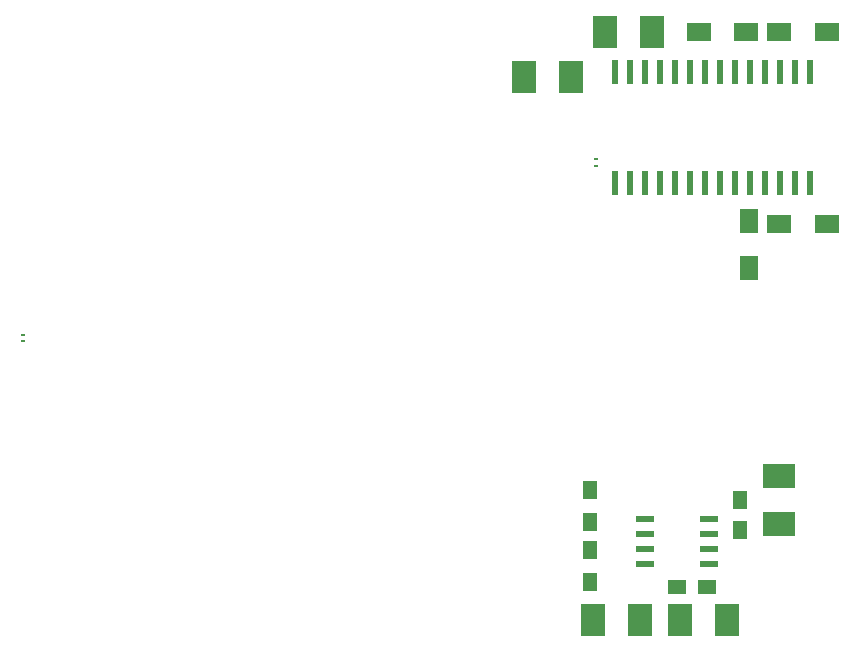
<source format=gbr>
G04 #@! TF.GenerationSoftware,KiCad,Pcbnew,(2017-12-02 revision 3109343)-master*
G04 #@! TF.CreationDate,2018-01-05T03:29:25-05:00*
G04 #@! TF.ProjectId,ddc112brd,6464633131326272642E6B696361645F,rev?*
G04 #@! TF.SameCoordinates,Original*
G04 #@! TF.FileFunction,Paste,Top*
G04 #@! TF.FilePolarity,Positive*
%FSLAX46Y46*%
G04 Gerber Fmt 4.6, Leading zero omitted, Abs format (unit mm)*
G04 Created by KiCad (PCBNEW (2017-12-02 revision 3109343)-master) date Fri Jan  5 03:29:25 2018*
%MOMM*%
%LPD*%
G01*
G04 APERTURE LIST*
%ADD10R,0.600000X2.000000*%
%ADD11R,2.000000X2.794000*%
%ADD12R,1.550000X0.600000*%
%ADD13R,2.000000X1.600000*%
%ADD14R,1.600000X2.000000*%
%ADD15R,2.794000X2.000000*%
%ADD16R,1.500000X1.250000*%
%ADD17R,1.250000X1.500000*%
%ADD18R,1.300000X1.500000*%
%ADD19R,0.430000X0.280000*%
G04 APERTURE END LIST*
D10*
X182245000Y-83440000D03*
X180975000Y-83440000D03*
X179705000Y-83440000D03*
X178435000Y-83440000D03*
X177165000Y-83440000D03*
X175895000Y-83440000D03*
X174625000Y-83440000D03*
X173355000Y-83440000D03*
X172085000Y-83440000D03*
X170815000Y-83440000D03*
X169545000Y-83440000D03*
X168275000Y-83440000D03*
X167005000Y-83440000D03*
X165735000Y-83440000D03*
X165735000Y-74040000D03*
X167005000Y-74040000D03*
X168275000Y-74040000D03*
X169545000Y-74040000D03*
X170815000Y-74040000D03*
X172085000Y-74040000D03*
X173355000Y-74040000D03*
X174625000Y-74040000D03*
X175895000Y-74040000D03*
X177165000Y-74040000D03*
X178435000Y-74040000D03*
X179705000Y-74040000D03*
X180975000Y-74040000D03*
X182245000Y-74040000D03*
D11*
X161988000Y-74422000D03*
X157988000Y-74422000D03*
D12*
X173642000Y-111887000D03*
X173642000Y-113157000D03*
X173642000Y-114427000D03*
X173642000Y-115697000D03*
X168242000Y-115697000D03*
X168242000Y-114427000D03*
X168242000Y-113157000D03*
X168242000Y-111887000D03*
D11*
X167830000Y-120396000D03*
X163830000Y-120396000D03*
X164846000Y-70612000D03*
X168846000Y-70612000D03*
D13*
X172784000Y-70612000D03*
X176784000Y-70612000D03*
X183610000Y-70612000D03*
X179610000Y-70612000D03*
D11*
X171196000Y-120396000D03*
X175196000Y-120396000D03*
D14*
X177038000Y-86614000D03*
X177038000Y-90614000D03*
D13*
X179610000Y-86868000D03*
X183610000Y-86868000D03*
D15*
X179578000Y-112236000D03*
X179578000Y-108236000D03*
D16*
X170982000Y-117602000D03*
X173482000Y-117602000D03*
D17*
X176276000Y-110276000D03*
X176276000Y-112776000D03*
D18*
X163576000Y-109394000D03*
X163576000Y-112094000D03*
X163576000Y-117174000D03*
X163576000Y-114474000D03*
D19*
X115570000Y-96260000D03*
X115570000Y-96780000D03*
X164084000Y-81401000D03*
X164084000Y-81921000D03*
M02*

</source>
